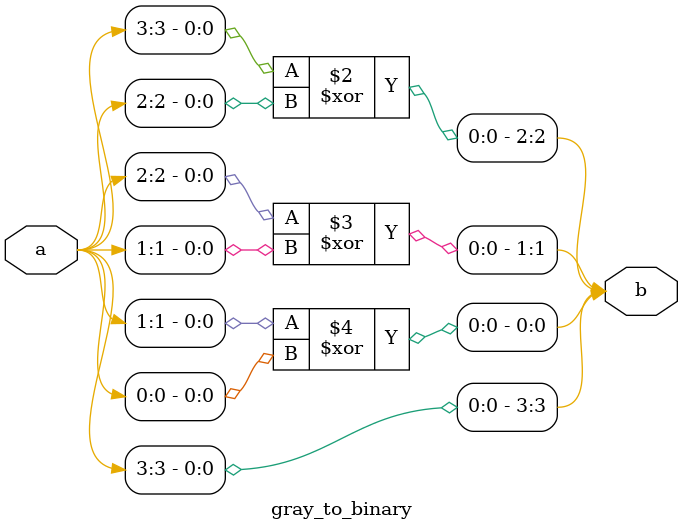
<source format=v>
module gray_to_binary(
input [3:0]a,
output reg [3:0]b);
always @(*)begin
b[3]=a[3];
b[2]=a[3]^a[2];
b[1]=a[2]^a[1];
b[0]=a[1]^a[0];
end
endmodule


</source>
